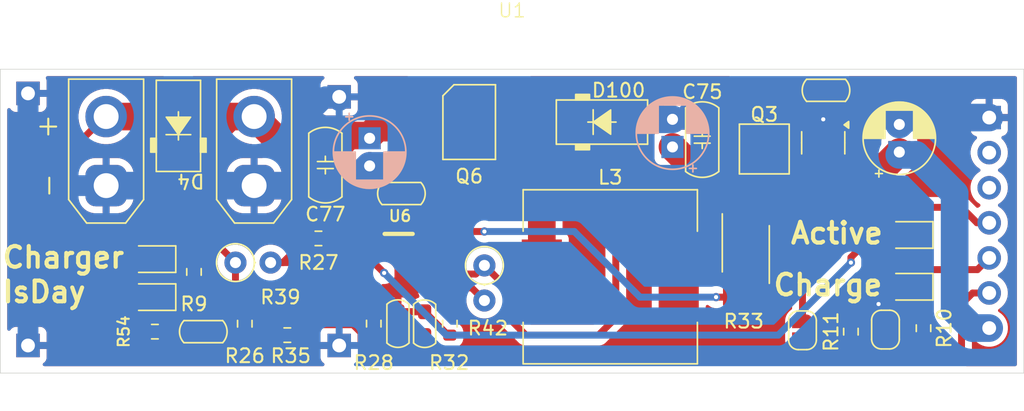
<source format=kicad_pcb>
(kicad_pcb
	(version 20241229)
	(generator "pcbnew")
	(generator_version "9.0")
	(general
		(thickness 1.6)
		(legacy_teardrops no)
	)
	(paper "A4")
	(layers
		(0 "F.Cu" signal)
		(2 "B.Cu" signal)
		(9 "F.Adhes" user "F.Adhesive")
		(11 "B.Adhes" user "B.Adhesive")
		(13 "F.Paste" user)
		(15 "B.Paste" user)
		(5 "F.SilkS" user "F.Silkscreen")
		(7 "B.SilkS" user "B.Silkscreen")
		(1 "F.Mask" user)
		(3 "B.Mask" user)
		(17 "Dwgs.User" user "User.Drawings")
		(19 "Cmts.User" user "User.Comments")
		(21 "Eco1.User" user "User.Eco1")
		(23 "Eco2.User" user "User.Eco2")
		(25 "Edge.Cuts" user)
		(27 "Margin" user)
		(31 "F.CrtYd" user "F.Courtyard")
		(29 "B.CrtYd" user "B.Courtyard")
		(35 "F.Fab" user)
		(33 "B.Fab" user)
		(39 "User.1" user)
		(41 "User.2" user)
		(43 "User.3" user)
		(45 "User.4" user)
	)
	(setup
		(pad_to_mask_clearance 0)
		(allow_soldermask_bridges_in_footprints no)
		(tenting front back)
		(pcbplotparams
			(layerselection 0x00000000_00000000_55555555_5755f5ff)
			(plot_on_all_layers_selection 0x00000000_00000000_00000000_00000000)
			(disableapertmacros no)
			(usegerberextensions no)
			(usegerberattributes yes)
			(usegerberadvancedattributes yes)
			(creategerberjobfile yes)
			(dashed_line_dash_ratio 12.000000)
			(dashed_line_gap_ratio 3.000000)
			(svgprecision 4)
			(plotframeref no)
			(mode 1)
			(useauxorigin no)
			(hpglpennumber 1)
			(hpglpenspeed 20)
			(hpglpendiameter 15.000000)
			(pdf_front_fp_property_popups yes)
			(pdf_back_fp_property_popups yes)
			(pdf_metadata yes)
			(pdf_single_document no)
			(dxfpolygonmode yes)
			(dxfimperialunits yes)
			(dxfusepcbnewfont yes)
			(psnegative no)
			(psa4output no)
			(plot_black_and_white yes)
			(plotinvisibletext no)
			(sketchpadsonfab no)
			(plotpadnumbers no)
			(hidednponfab no)
			(sketchdnponfab yes)
			(crossoutdnponfab yes)
			(subtractmaskfromsilk no)
			(outputformat 1)
			(mirror no)
			(drillshape 1)
			(scaleselection 1)
			(outputdirectory "")
		)
	)
	(net 0 "")
	(net 1 "S_VIN")
	(net 2 "GND")
	(net 3 "Net-(C19-Pad1)")
	(net 4 "Net-(U6-VG)")
	(net 5 "Net-(Q3-S)")
	(net 6 "Net-(U34-VCAP)")
	(net 7 "VBAT")
	(net 8 "Net-(D11-A)")
	(net 9 "Net-(D10-A)")
	(net 10 "Net-(D10-K)")
	(net 11 "Net-(D100-K)")
	(net 12 "Net-(L3-Pad2)")
	(net 13 "Net-(Q3-G)")
	(net 14 "Net-(Q6-G)")
	(net 15 "Net-(D2-K)")
	(net 16 "Net-(JP2-B)")
	(net 17 "Net-(D1-A)")
	(net 18 "Net-(JP1-B)")
	(net 19 "Net-(U6-MPPT)")
	(net 20 "Net-(U6-COM)")
	(net 21 "Net-(U6-FB)")
	(net 22 "Net-(U6-CSP)")
	(net 23 "Net-(U6-BAT)")
	(net 24 "IsDay")
	(net 25 "CHRG")
	(net 26 "CHARGE")
	(net 27 "3V3")
	(net 28 "unconnected-(U1-SDA-Pad6)")
	(net 29 "unconnected-(U1-SCL-Pad5)")
	(footprint "PCM_Capacitor_SMD_Handsoldering_AKL:C_0603_1608Metric_Pad1.08x0.95mm" (layer "F.Cu") (at 119.7 18.5275))
	(footprint "Jumper:SolderJumper-2_P1.3mm_Open_RoundedPad1.0x1.5mm" (layer "F.Cu") (at 118 35.9 -90))
	(footprint "Resistor_SMD:R_0603_1608Metric" (layer "F.Cu") (at 121.5 36 90))
	(footprint "LED_SMD:LED_0805_2012Metric" (layer "F.Cu") (at 71 33.5 180))
	(footprint "Package_TO_SOT_SMD:SOT-23-6" (layer "F.Cu") (at 119.5 22.3275 -90))
	(footprint "LED_SMD:LED_0805_2012Metric" (layer "F.Cu") (at 125.75 32.75 180))
	(footprint "MPPT:MPPT" (layer "F.Cu") (at 97 13.25))
	(footprint "PCM_Diode_SMD_Handsoldering_AKL:D_SMAFL" (layer "F.Cu") (at 72.875 21.1025 90))
	(footprint "kicad-stuff:SSOP10" (layer "F.Cu") (at 88.8 30.8275 -90))
	(footprint "PCM_Capacitor_SMD_Handsoldering_AKL:C_0603_1608Metric_Pad1.08x0.95mm" (layer "F.Cu") (at 90.68 35.4225 90))
	(footprint "Resistor_THT:R_Axial_DIN0207_L6.3mm_D2.5mm_P2.54mm_Vertical" (layer "F.Cu") (at 95 31.205 -90))
	(footprint "Resistor_SMD:R_0603_1608Metric" (layer "F.Cu") (at 77.675 35.425 -90))
	(footprint "Resistor_THT:R_Axial_DIN0207_L6.3mm_D2.5mm_P2.54mm_Vertical" (layer "F.Cu") (at 77 31))
	(footprint "Resistor_SMD:R_0603_1608Metric" (layer "F.Cu") (at 92.5 35.425 -90))
	(footprint "board:R_Shunt_Vishay_WSK2512_6332Metric_T1.19mm" (layer "F.Cu") (at 113.9 30 90))
	(footprint "Inductor_SMD:L_12x12mm_H4.5mm" (layer "F.Cu") (at 104.1 32.0275))
	(footprint "Capacitor_THT:CP_Radial_D5.0mm_P2.00mm" (layer "F.Cu") (at 125 23 90))
	(footprint "Connector_AMASS:AMASS_XT30UPB-M_1x02_P5.0mm_Vertical" (layer "F.Cu") (at 78.35 25.4275 90))
	(footprint "PCM_Capacitor_SMD_Handsoldering_AKL:C_0603_1608Metric_Pad1.08x0.95mm" (layer "F.Cu") (at 88.75 35.4175 90))
	(footprint "Resistor_SMD:R_0603_1608Metric" (layer "F.Cu") (at 80.75 36.25))
	(footprint "PCM_Package_TO_SOT_SMD_AKL:SOT-23" (layer "F.Cu") (at 115.2375 22.7775))
	(footprint "PCM_Diode_SMD_Handsoldering_AKL:D_SMAFL" (layer "F.Cu") (at 103.5 20.8275))
	(footprint "LED_SMD:LED_0805_2012Metric" (layer "F.Cu") (at 125.75 29 180))
	(footprint "Resistor_SMD:R_0603_1608Metric" (layer "F.Cu") (at 71.175 36))
	(footprint "PCM_Capacitor_SMD_Handsoldering_AKL:C_1206_3216Metric_Pad1.33x1.80mm" (layer "F.Cu") (at 110.75 22.1025 90))
	(footprint "Resistor_SMD:R_0603_1608Metric" (layer "F.Cu") (at 74 31.675 90))
	(footprint "Jumper:SolderJumper-2_P1.3mm_Bridged_RoundedPad1.0x1.5mm" (layer "F.Cu") (at 124 35.85 -90))
	(footprint "PCM_Capacitor_SMD_Handsoldering_AKL:C_1206_3216Metric_Pad1.33x1.80mm" (layer "F.Cu") (at 83.5 23.9375 -90))
	(footprint "Resistor_SMD:R_0603_1608Metric" (layer "F.Cu") (at 83 29.25 180))
	(footprint "Resistor_SMD:R_0603_1608Metric" (layer "F.Cu") (at 126.75 35.75 90))
	(footprint "Connector_AMASS:AMASS_XT30UPB-F_1x02_P5.0mm_Vertical" (layer "F.Cu") (at 67.65 25.4275 90))
	(footprint "board:4435" (layer "F.Cu") (at 93.9 20.8275 -90))
	(footprint "LED_SMD:LED_0805_2012Metric" (layer "F.Cu") (at 71 30.75 180))
	(footprint "Resistor_SMD:R_0603_1608Metric"
		(layer "F.Cu")
		(uuid "f0e0950a-40a6-45b8-8e95-f44f1b39c60c")
		(at 87 35.4175 -90)
		(descr "Resistor SMD 0603 (1608 Metric), square (rectangular) end terminal, IPC_7351 nominal, (Body size source: IPC-SM-782 page 72, https://www.pcb-3d.com/wordpress/wp-content/uploads/ipc-sm-782a_amendment_1_and_2.pdf), generated with kicad-footprint-generator")
		(tags "resistor")
		(property "Reference" "R28"
			(at 2.8325 0 180)
			(layer "F.SilkS")
			(uuid "c71a6276-c3b6-47e0-b51c-55058024075a")
			(effects
				(font
					(size 1 1)
					(thickness 0.15)
				)
			)
		)
		(property "Value" "120"
			(at 0 1.43 90)
			(layer "F.Fab")
			(uuid "c5cb6dcc-a781-4d89-988f-66873c0e2217")
			(effects
				(font
					(size 1 1)
					(thickness 0.15)
				)
			)
		)
		(property "Datasheet" ""
			(at 0 0 90)
			(unlocked yes)
			(layer "B.Fab")
			(hide yes)
			(uuid "bf64f6fd-f4ed-40eb-b633-acf31b6c1338")
			(effects
				(font
					(size 1.27 1.27)
					(thickness 0.15)
				)
				(justify mirror)
			)
		)
		(property "Description" ""
			(at 0 0 90)
			(unlocked yes)
			(layer "B.Fab")
			(hide yes)
			(uuid "d28e322b-043e-48e0-aa56-de288f836471")
			(effects
				(font
					(size 1.27 1.27)
					(thickness 0.15)
				)
				(justify mirror)
			)
		)
		(property "LCSC_PART_NUMBER" "C2907096"
			(at 0 0 90)
			(unlocked yes)
			(layer "F.Fab")
			(hide yes)
			(uuid "7240e2ee-0e6d-47ff-865c-0d506f6999d2")
			(effects
				(font
					(size 1 1)
					(thickness 0.15)
				)
			)
		)
		(property ki_fp_filters "R_*")
		(path "/29172d59-1b5f-4f3f-ba30-8850bf2deb43")
		(sheetname "/")
		(sheetfile "MPPT.kicad_sch")
		(attr smd)
		(fp_line
			(start 0.237258 0.5225)
			(end -0.237258 0.5225)
			(stroke
				(width 0.12)
				(type solid)
			)
			(layer "F.SilkS")
			(uuid "ce3509ae-218d-470d-88ca-49a3190e9d8c")
		)
		(fp_line
			(start 0.237258 -0.5225)
			(end -0.237258 -0.5225)
			(stroke
				(width 0.12)
				(type solid)
			)
			(layer "F.SilkS")
			(uuid "7347eeab-6384-4926-9645-f5b459a97fd3")
		)
		(fp_line
			(start -1.48 0.73)
			(end 1.48 0.73)
			(stroke
				(width 0.05)
				(type solid)
			)
			(layer "F.CrtYd")
			(uuid "1a89761f-c9f9-4d96-a19d-10acc53958ff")
		)
		(fp_line
			(start 1.48 0.73)
			(end 1.48 -0.73)
			(stroke
				(width 0.05)
				(type solid)
			)
			(layer "F.CrtYd")
			(uuid "3382c598-b1d3-4fc7-9caf-d6be66a3dd1b")
		)
		(fp_line
			(start -1.48 -0.73)
			(end -1.48 0.73)
			(stroke
				(width 0.05)
				(type solid)
			)
			(layer "F.CrtYd")
			(uuid "716be79c-8f63-4a1e-bc19-d3ca611ae677")
		)
		(fp_line
			(start 1.48 -0.73)
			(end -1.48 -0.73)
			(stroke
				(width 0.05)
				(type solid)
			)
			(layer "F.CrtYd")
			(uuid "515d5269-f21e-4870-b423-d9b325298ec6")
		)
		(fp_line
			(start -0.8 0.4125)
			(end 0.8 0.4125)
			(stroke
				(width 0.1)
				(type solid)
			)
			(layer "F.Fab")
			(uuid "a7f0f85f-274a-4ee2-9bff-e3ee69baf58a")
		)
		(fp_line
			(start 0.8 0.4125)
			(end 0.8 -0.4125)
			(stroke
				(width 0.1)
				(type solid)
			)
			(layer "F.Fab")
			(uuid "5f959b8a-b995-4079-86ba-3a696ae90e37")
		)
		(fp_line
			(start -0.8 -0.4125)
			(end -0.
... [220922 chars truncated]
</source>
